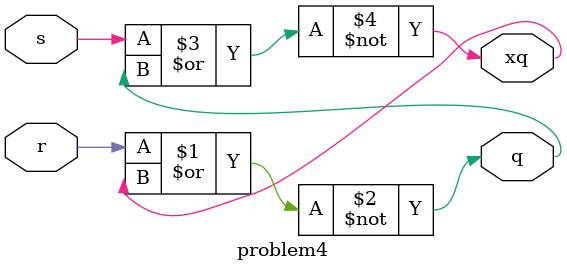
<source format=v>

module problem4(s, r, q, xq);

input s, r;
output q, xq;

nor(q, r, xq);
nor(xq, s, q);

endmodule

</source>
